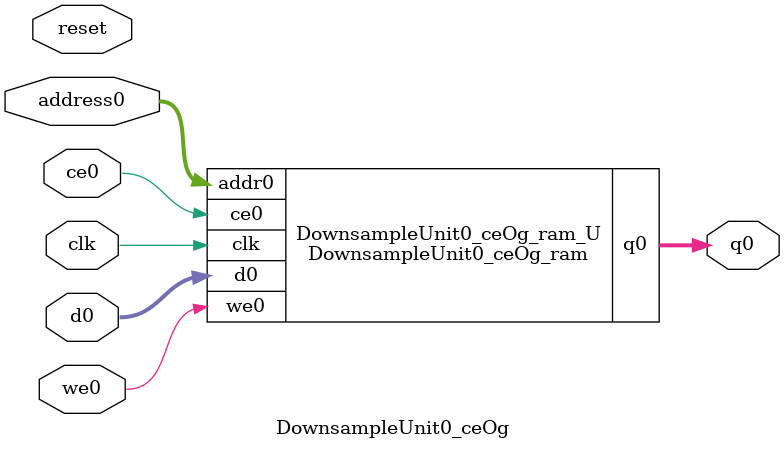
<source format=v>

`timescale 1 ns / 1 ps
module DownsampleUnit0_ceOg_ram (addr0, ce0, d0, we0, q0,  clk);

parameter DWIDTH = 32;
parameter AWIDTH = 15;
parameter MEM_SIZE = 24576;

input[AWIDTH-1:0] addr0;
input ce0;
input[DWIDTH-1:0] d0;
input we0;
output reg[DWIDTH-1:0] q0;
input clk;

(* ram_style = "block" *)reg [DWIDTH-1:0] ram[0:MEM_SIZE-1];




always @(posedge clk)  
begin 
    if (ce0) 
    begin
        if (we0) 
        begin 
            ram[addr0] <= d0; 
            q0 <= d0;
        end 
        else 
            q0 <= ram[addr0];
    end
end


endmodule


`timescale 1 ns / 1 ps
module DownsampleUnit0_ceOg(
    reset,
    clk,
    address0,
    ce0,
    we0,
    d0,
    q0);

parameter DataWidth = 32'd32;
parameter AddressRange = 32'd24576;
parameter AddressWidth = 32'd15;
input reset;
input clk;
input[AddressWidth - 1:0] address0;
input ce0;
input we0;
input[DataWidth - 1:0] d0;
output[DataWidth - 1:0] q0;



DownsampleUnit0_ceOg_ram DownsampleUnit0_ceOg_ram_U(
    .clk( clk ),
    .addr0( address0 ),
    .ce0( ce0 ),
    .d0( d0 ),
    .we0( we0 ),
    .q0( q0 ));

endmodule


</source>
